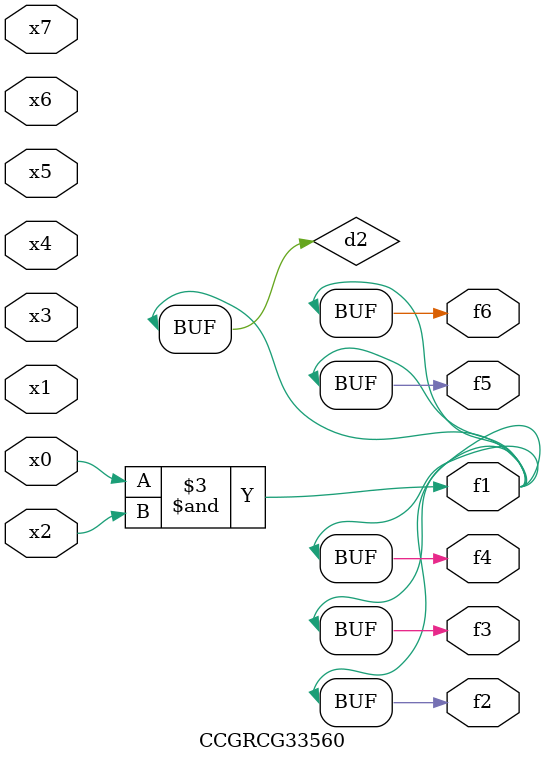
<source format=v>
module CCGRCG33560(
	input x0, x1, x2, x3, x4, x5, x6, x7,
	output f1, f2, f3, f4, f5, f6
);

	wire d1, d2;

	nor (d1, x3, x6);
	and (d2, x0, x2);
	assign f1 = d2;
	assign f2 = d2;
	assign f3 = d2;
	assign f4 = d2;
	assign f5 = d2;
	assign f6 = d2;
endmodule

</source>
